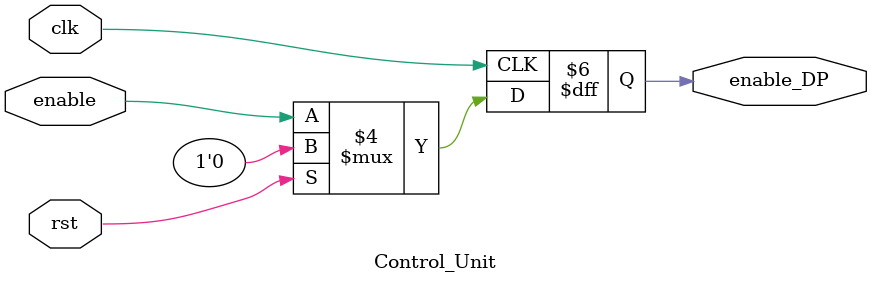
<source format=v>
module Control_Unit  (
  output reg		enable_DP,
  input		enable,
  input		clk, rst 
);
	always@(posedge clk)
		if(rst==1) enable_DP=0;
		else
		enable_DP = enable;	// pass through
endmodule

</source>
